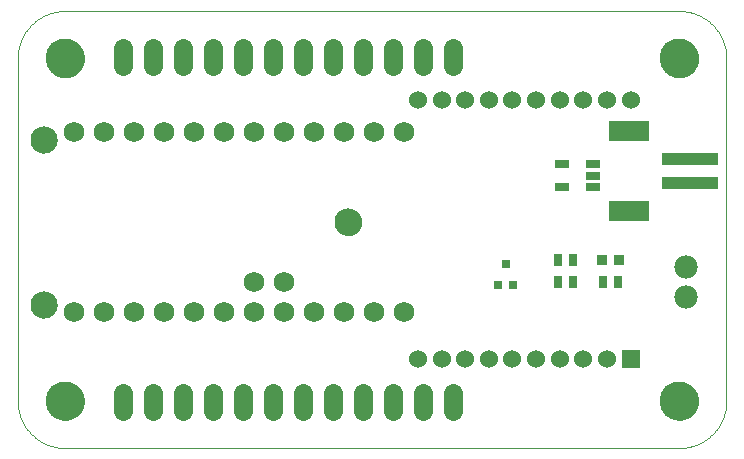
<source format=gts>
G75*
%MOIN*%
%OFA0B0*%
%FSLAX25Y25*%
%IPPOS*%
%LPD*%
%AMOC8*
5,1,8,0,0,1.08239X$1,22.5*
%
%ADD10R,0.18510X0.04337*%
%ADD11R,0.13786X0.06699*%
%ADD12C,0.00000*%
%ADD13C,0.12998*%
%ADD14R,0.03156X0.03156*%
%ADD15R,0.05124X0.02565*%
%ADD16R,0.03550X0.03550*%
%ADD17R,0.03156X0.03943*%
%ADD18C,0.09061*%
%ADD19C,0.06896*%
%ADD20C,0.06400*%
%ADD21C,0.06000*%
%ADD22R,0.06000X0.06000*%
%ADD23C,0.07800*%
D10*
X0268043Y0122554D03*
X0268043Y0130428D03*
D11*
X0247571Y0139877D03*
X0247571Y0113105D03*
D12*
X0264339Y0034156D02*
X0059614Y0034156D01*
X0053315Y0049904D02*
X0053317Y0050062D01*
X0053323Y0050220D01*
X0053333Y0050378D01*
X0053347Y0050536D01*
X0053365Y0050693D01*
X0053386Y0050850D01*
X0053412Y0051006D01*
X0053442Y0051162D01*
X0053475Y0051317D01*
X0053513Y0051470D01*
X0053554Y0051623D01*
X0053599Y0051775D01*
X0053648Y0051926D01*
X0053701Y0052075D01*
X0053757Y0052223D01*
X0053817Y0052369D01*
X0053881Y0052514D01*
X0053949Y0052657D01*
X0054020Y0052799D01*
X0054094Y0052939D01*
X0054172Y0053076D01*
X0054254Y0053212D01*
X0054338Y0053346D01*
X0054427Y0053477D01*
X0054518Y0053606D01*
X0054613Y0053733D01*
X0054710Y0053858D01*
X0054811Y0053980D01*
X0054915Y0054099D01*
X0055022Y0054216D01*
X0055132Y0054330D01*
X0055245Y0054441D01*
X0055360Y0054550D01*
X0055478Y0054655D01*
X0055599Y0054757D01*
X0055722Y0054857D01*
X0055848Y0054953D01*
X0055976Y0055046D01*
X0056106Y0055136D01*
X0056239Y0055222D01*
X0056374Y0055306D01*
X0056510Y0055385D01*
X0056649Y0055462D01*
X0056790Y0055534D01*
X0056932Y0055604D01*
X0057076Y0055669D01*
X0057222Y0055731D01*
X0057369Y0055789D01*
X0057518Y0055844D01*
X0057668Y0055895D01*
X0057819Y0055942D01*
X0057971Y0055985D01*
X0058124Y0056024D01*
X0058279Y0056060D01*
X0058434Y0056091D01*
X0058590Y0056119D01*
X0058746Y0056143D01*
X0058903Y0056163D01*
X0059061Y0056179D01*
X0059218Y0056191D01*
X0059377Y0056199D01*
X0059535Y0056203D01*
X0059693Y0056203D01*
X0059851Y0056199D01*
X0060010Y0056191D01*
X0060167Y0056179D01*
X0060325Y0056163D01*
X0060482Y0056143D01*
X0060638Y0056119D01*
X0060794Y0056091D01*
X0060949Y0056060D01*
X0061104Y0056024D01*
X0061257Y0055985D01*
X0061409Y0055942D01*
X0061560Y0055895D01*
X0061710Y0055844D01*
X0061859Y0055789D01*
X0062006Y0055731D01*
X0062152Y0055669D01*
X0062296Y0055604D01*
X0062438Y0055534D01*
X0062579Y0055462D01*
X0062718Y0055385D01*
X0062854Y0055306D01*
X0062989Y0055222D01*
X0063122Y0055136D01*
X0063252Y0055046D01*
X0063380Y0054953D01*
X0063506Y0054857D01*
X0063629Y0054757D01*
X0063750Y0054655D01*
X0063868Y0054550D01*
X0063983Y0054441D01*
X0064096Y0054330D01*
X0064206Y0054216D01*
X0064313Y0054099D01*
X0064417Y0053980D01*
X0064518Y0053858D01*
X0064615Y0053733D01*
X0064710Y0053606D01*
X0064801Y0053477D01*
X0064890Y0053346D01*
X0064974Y0053212D01*
X0065056Y0053076D01*
X0065134Y0052939D01*
X0065208Y0052799D01*
X0065279Y0052657D01*
X0065347Y0052514D01*
X0065411Y0052369D01*
X0065471Y0052223D01*
X0065527Y0052075D01*
X0065580Y0051926D01*
X0065629Y0051775D01*
X0065674Y0051623D01*
X0065715Y0051470D01*
X0065753Y0051317D01*
X0065786Y0051162D01*
X0065816Y0051006D01*
X0065842Y0050850D01*
X0065863Y0050693D01*
X0065881Y0050536D01*
X0065895Y0050378D01*
X0065905Y0050220D01*
X0065911Y0050062D01*
X0065913Y0049904D01*
X0065911Y0049746D01*
X0065905Y0049588D01*
X0065895Y0049430D01*
X0065881Y0049272D01*
X0065863Y0049115D01*
X0065842Y0048958D01*
X0065816Y0048802D01*
X0065786Y0048646D01*
X0065753Y0048491D01*
X0065715Y0048338D01*
X0065674Y0048185D01*
X0065629Y0048033D01*
X0065580Y0047882D01*
X0065527Y0047733D01*
X0065471Y0047585D01*
X0065411Y0047439D01*
X0065347Y0047294D01*
X0065279Y0047151D01*
X0065208Y0047009D01*
X0065134Y0046869D01*
X0065056Y0046732D01*
X0064974Y0046596D01*
X0064890Y0046462D01*
X0064801Y0046331D01*
X0064710Y0046202D01*
X0064615Y0046075D01*
X0064518Y0045950D01*
X0064417Y0045828D01*
X0064313Y0045709D01*
X0064206Y0045592D01*
X0064096Y0045478D01*
X0063983Y0045367D01*
X0063868Y0045258D01*
X0063750Y0045153D01*
X0063629Y0045051D01*
X0063506Y0044951D01*
X0063380Y0044855D01*
X0063252Y0044762D01*
X0063122Y0044672D01*
X0062989Y0044586D01*
X0062854Y0044502D01*
X0062718Y0044423D01*
X0062579Y0044346D01*
X0062438Y0044274D01*
X0062296Y0044204D01*
X0062152Y0044139D01*
X0062006Y0044077D01*
X0061859Y0044019D01*
X0061710Y0043964D01*
X0061560Y0043913D01*
X0061409Y0043866D01*
X0061257Y0043823D01*
X0061104Y0043784D01*
X0060949Y0043748D01*
X0060794Y0043717D01*
X0060638Y0043689D01*
X0060482Y0043665D01*
X0060325Y0043645D01*
X0060167Y0043629D01*
X0060010Y0043617D01*
X0059851Y0043609D01*
X0059693Y0043605D01*
X0059535Y0043605D01*
X0059377Y0043609D01*
X0059218Y0043617D01*
X0059061Y0043629D01*
X0058903Y0043645D01*
X0058746Y0043665D01*
X0058590Y0043689D01*
X0058434Y0043717D01*
X0058279Y0043748D01*
X0058124Y0043784D01*
X0057971Y0043823D01*
X0057819Y0043866D01*
X0057668Y0043913D01*
X0057518Y0043964D01*
X0057369Y0044019D01*
X0057222Y0044077D01*
X0057076Y0044139D01*
X0056932Y0044204D01*
X0056790Y0044274D01*
X0056649Y0044346D01*
X0056510Y0044423D01*
X0056374Y0044502D01*
X0056239Y0044586D01*
X0056106Y0044672D01*
X0055976Y0044762D01*
X0055848Y0044855D01*
X0055722Y0044951D01*
X0055599Y0045051D01*
X0055478Y0045153D01*
X0055360Y0045258D01*
X0055245Y0045367D01*
X0055132Y0045478D01*
X0055022Y0045592D01*
X0054915Y0045709D01*
X0054811Y0045828D01*
X0054710Y0045950D01*
X0054613Y0046075D01*
X0054518Y0046202D01*
X0054427Y0046331D01*
X0054338Y0046462D01*
X0054254Y0046596D01*
X0054172Y0046732D01*
X0054094Y0046869D01*
X0054020Y0047009D01*
X0053949Y0047151D01*
X0053881Y0047294D01*
X0053817Y0047439D01*
X0053757Y0047585D01*
X0053701Y0047733D01*
X0053648Y0047882D01*
X0053599Y0048033D01*
X0053554Y0048185D01*
X0053513Y0048338D01*
X0053475Y0048491D01*
X0053442Y0048646D01*
X0053412Y0048802D01*
X0053386Y0048958D01*
X0053365Y0049115D01*
X0053347Y0049272D01*
X0053333Y0049430D01*
X0053323Y0049588D01*
X0053317Y0049746D01*
X0053315Y0049904D01*
X0043866Y0049904D02*
X0043871Y0049523D01*
X0043884Y0049143D01*
X0043907Y0048763D01*
X0043940Y0048384D01*
X0043981Y0048006D01*
X0044031Y0047629D01*
X0044091Y0047253D01*
X0044159Y0046878D01*
X0044237Y0046506D01*
X0044324Y0046135D01*
X0044419Y0045767D01*
X0044524Y0045401D01*
X0044637Y0045038D01*
X0044759Y0044677D01*
X0044889Y0044320D01*
X0045029Y0043966D01*
X0045176Y0043615D01*
X0045333Y0043268D01*
X0045497Y0042925D01*
X0045670Y0042586D01*
X0045851Y0042251D01*
X0046040Y0041920D01*
X0046237Y0041595D01*
X0046441Y0041274D01*
X0046654Y0040958D01*
X0046874Y0040648D01*
X0047101Y0040342D01*
X0047336Y0040043D01*
X0047578Y0039749D01*
X0047826Y0039461D01*
X0048082Y0039179D01*
X0048345Y0038904D01*
X0048614Y0038635D01*
X0048889Y0038372D01*
X0049171Y0038116D01*
X0049459Y0037868D01*
X0049753Y0037626D01*
X0050052Y0037391D01*
X0050358Y0037164D01*
X0050668Y0036944D01*
X0050984Y0036731D01*
X0051305Y0036527D01*
X0051630Y0036330D01*
X0051961Y0036141D01*
X0052296Y0035960D01*
X0052635Y0035787D01*
X0052978Y0035623D01*
X0053325Y0035466D01*
X0053676Y0035319D01*
X0054030Y0035179D01*
X0054387Y0035049D01*
X0054748Y0034927D01*
X0055111Y0034814D01*
X0055477Y0034709D01*
X0055845Y0034614D01*
X0056216Y0034527D01*
X0056588Y0034449D01*
X0056963Y0034381D01*
X0057339Y0034321D01*
X0057716Y0034271D01*
X0058094Y0034230D01*
X0058473Y0034197D01*
X0058853Y0034174D01*
X0059233Y0034161D01*
X0059614Y0034156D01*
X0059233Y0034161D01*
X0058853Y0034174D01*
X0058473Y0034197D01*
X0058094Y0034230D01*
X0057716Y0034271D01*
X0057339Y0034321D01*
X0056963Y0034381D01*
X0056588Y0034449D01*
X0056216Y0034527D01*
X0055845Y0034614D01*
X0055477Y0034709D01*
X0055111Y0034814D01*
X0054748Y0034927D01*
X0054387Y0035049D01*
X0054030Y0035179D01*
X0053676Y0035319D01*
X0053325Y0035466D01*
X0052978Y0035623D01*
X0052635Y0035787D01*
X0052296Y0035960D01*
X0051961Y0036141D01*
X0051630Y0036330D01*
X0051305Y0036527D01*
X0050984Y0036731D01*
X0050668Y0036944D01*
X0050358Y0037164D01*
X0050052Y0037391D01*
X0049753Y0037626D01*
X0049459Y0037868D01*
X0049171Y0038116D01*
X0048889Y0038372D01*
X0048614Y0038635D01*
X0048345Y0038904D01*
X0048082Y0039179D01*
X0047826Y0039461D01*
X0047578Y0039749D01*
X0047336Y0040043D01*
X0047101Y0040342D01*
X0046874Y0040648D01*
X0046654Y0040958D01*
X0046441Y0041274D01*
X0046237Y0041595D01*
X0046040Y0041920D01*
X0045851Y0042251D01*
X0045670Y0042586D01*
X0045497Y0042925D01*
X0045333Y0043268D01*
X0045176Y0043615D01*
X0045029Y0043966D01*
X0044889Y0044320D01*
X0044759Y0044677D01*
X0044637Y0045038D01*
X0044524Y0045401D01*
X0044419Y0045767D01*
X0044324Y0046135D01*
X0044237Y0046506D01*
X0044159Y0046878D01*
X0044091Y0047253D01*
X0044031Y0047629D01*
X0043981Y0048006D01*
X0043940Y0048384D01*
X0043907Y0048763D01*
X0043884Y0049143D01*
X0043871Y0049523D01*
X0043866Y0049904D01*
X0043866Y0164077D01*
X0053315Y0164077D02*
X0053317Y0164235D01*
X0053323Y0164393D01*
X0053333Y0164551D01*
X0053347Y0164709D01*
X0053365Y0164866D01*
X0053386Y0165023D01*
X0053412Y0165179D01*
X0053442Y0165335D01*
X0053475Y0165490D01*
X0053513Y0165643D01*
X0053554Y0165796D01*
X0053599Y0165948D01*
X0053648Y0166099D01*
X0053701Y0166248D01*
X0053757Y0166396D01*
X0053817Y0166542D01*
X0053881Y0166687D01*
X0053949Y0166830D01*
X0054020Y0166972D01*
X0054094Y0167112D01*
X0054172Y0167249D01*
X0054254Y0167385D01*
X0054338Y0167519D01*
X0054427Y0167650D01*
X0054518Y0167779D01*
X0054613Y0167906D01*
X0054710Y0168031D01*
X0054811Y0168153D01*
X0054915Y0168272D01*
X0055022Y0168389D01*
X0055132Y0168503D01*
X0055245Y0168614D01*
X0055360Y0168723D01*
X0055478Y0168828D01*
X0055599Y0168930D01*
X0055722Y0169030D01*
X0055848Y0169126D01*
X0055976Y0169219D01*
X0056106Y0169309D01*
X0056239Y0169395D01*
X0056374Y0169479D01*
X0056510Y0169558D01*
X0056649Y0169635D01*
X0056790Y0169707D01*
X0056932Y0169777D01*
X0057076Y0169842D01*
X0057222Y0169904D01*
X0057369Y0169962D01*
X0057518Y0170017D01*
X0057668Y0170068D01*
X0057819Y0170115D01*
X0057971Y0170158D01*
X0058124Y0170197D01*
X0058279Y0170233D01*
X0058434Y0170264D01*
X0058590Y0170292D01*
X0058746Y0170316D01*
X0058903Y0170336D01*
X0059061Y0170352D01*
X0059218Y0170364D01*
X0059377Y0170372D01*
X0059535Y0170376D01*
X0059693Y0170376D01*
X0059851Y0170372D01*
X0060010Y0170364D01*
X0060167Y0170352D01*
X0060325Y0170336D01*
X0060482Y0170316D01*
X0060638Y0170292D01*
X0060794Y0170264D01*
X0060949Y0170233D01*
X0061104Y0170197D01*
X0061257Y0170158D01*
X0061409Y0170115D01*
X0061560Y0170068D01*
X0061710Y0170017D01*
X0061859Y0169962D01*
X0062006Y0169904D01*
X0062152Y0169842D01*
X0062296Y0169777D01*
X0062438Y0169707D01*
X0062579Y0169635D01*
X0062718Y0169558D01*
X0062854Y0169479D01*
X0062989Y0169395D01*
X0063122Y0169309D01*
X0063252Y0169219D01*
X0063380Y0169126D01*
X0063506Y0169030D01*
X0063629Y0168930D01*
X0063750Y0168828D01*
X0063868Y0168723D01*
X0063983Y0168614D01*
X0064096Y0168503D01*
X0064206Y0168389D01*
X0064313Y0168272D01*
X0064417Y0168153D01*
X0064518Y0168031D01*
X0064615Y0167906D01*
X0064710Y0167779D01*
X0064801Y0167650D01*
X0064890Y0167519D01*
X0064974Y0167385D01*
X0065056Y0167249D01*
X0065134Y0167112D01*
X0065208Y0166972D01*
X0065279Y0166830D01*
X0065347Y0166687D01*
X0065411Y0166542D01*
X0065471Y0166396D01*
X0065527Y0166248D01*
X0065580Y0166099D01*
X0065629Y0165948D01*
X0065674Y0165796D01*
X0065715Y0165643D01*
X0065753Y0165490D01*
X0065786Y0165335D01*
X0065816Y0165179D01*
X0065842Y0165023D01*
X0065863Y0164866D01*
X0065881Y0164709D01*
X0065895Y0164551D01*
X0065905Y0164393D01*
X0065911Y0164235D01*
X0065913Y0164077D01*
X0065911Y0163919D01*
X0065905Y0163761D01*
X0065895Y0163603D01*
X0065881Y0163445D01*
X0065863Y0163288D01*
X0065842Y0163131D01*
X0065816Y0162975D01*
X0065786Y0162819D01*
X0065753Y0162664D01*
X0065715Y0162511D01*
X0065674Y0162358D01*
X0065629Y0162206D01*
X0065580Y0162055D01*
X0065527Y0161906D01*
X0065471Y0161758D01*
X0065411Y0161612D01*
X0065347Y0161467D01*
X0065279Y0161324D01*
X0065208Y0161182D01*
X0065134Y0161042D01*
X0065056Y0160905D01*
X0064974Y0160769D01*
X0064890Y0160635D01*
X0064801Y0160504D01*
X0064710Y0160375D01*
X0064615Y0160248D01*
X0064518Y0160123D01*
X0064417Y0160001D01*
X0064313Y0159882D01*
X0064206Y0159765D01*
X0064096Y0159651D01*
X0063983Y0159540D01*
X0063868Y0159431D01*
X0063750Y0159326D01*
X0063629Y0159224D01*
X0063506Y0159124D01*
X0063380Y0159028D01*
X0063252Y0158935D01*
X0063122Y0158845D01*
X0062989Y0158759D01*
X0062854Y0158675D01*
X0062718Y0158596D01*
X0062579Y0158519D01*
X0062438Y0158447D01*
X0062296Y0158377D01*
X0062152Y0158312D01*
X0062006Y0158250D01*
X0061859Y0158192D01*
X0061710Y0158137D01*
X0061560Y0158086D01*
X0061409Y0158039D01*
X0061257Y0157996D01*
X0061104Y0157957D01*
X0060949Y0157921D01*
X0060794Y0157890D01*
X0060638Y0157862D01*
X0060482Y0157838D01*
X0060325Y0157818D01*
X0060167Y0157802D01*
X0060010Y0157790D01*
X0059851Y0157782D01*
X0059693Y0157778D01*
X0059535Y0157778D01*
X0059377Y0157782D01*
X0059218Y0157790D01*
X0059061Y0157802D01*
X0058903Y0157818D01*
X0058746Y0157838D01*
X0058590Y0157862D01*
X0058434Y0157890D01*
X0058279Y0157921D01*
X0058124Y0157957D01*
X0057971Y0157996D01*
X0057819Y0158039D01*
X0057668Y0158086D01*
X0057518Y0158137D01*
X0057369Y0158192D01*
X0057222Y0158250D01*
X0057076Y0158312D01*
X0056932Y0158377D01*
X0056790Y0158447D01*
X0056649Y0158519D01*
X0056510Y0158596D01*
X0056374Y0158675D01*
X0056239Y0158759D01*
X0056106Y0158845D01*
X0055976Y0158935D01*
X0055848Y0159028D01*
X0055722Y0159124D01*
X0055599Y0159224D01*
X0055478Y0159326D01*
X0055360Y0159431D01*
X0055245Y0159540D01*
X0055132Y0159651D01*
X0055022Y0159765D01*
X0054915Y0159882D01*
X0054811Y0160001D01*
X0054710Y0160123D01*
X0054613Y0160248D01*
X0054518Y0160375D01*
X0054427Y0160504D01*
X0054338Y0160635D01*
X0054254Y0160769D01*
X0054172Y0160905D01*
X0054094Y0161042D01*
X0054020Y0161182D01*
X0053949Y0161324D01*
X0053881Y0161467D01*
X0053817Y0161612D01*
X0053757Y0161758D01*
X0053701Y0161906D01*
X0053648Y0162055D01*
X0053599Y0162206D01*
X0053554Y0162358D01*
X0053513Y0162511D01*
X0053475Y0162664D01*
X0053442Y0162819D01*
X0053412Y0162975D01*
X0053386Y0163131D01*
X0053365Y0163288D01*
X0053347Y0163445D01*
X0053333Y0163603D01*
X0053323Y0163761D01*
X0053317Y0163919D01*
X0053315Y0164077D01*
X0043866Y0164077D02*
X0043871Y0164458D01*
X0043884Y0164838D01*
X0043907Y0165218D01*
X0043940Y0165597D01*
X0043981Y0165975D01*
X0044031Y0166352D01*
X0044091Y0166728D01*
X0044159Y0167103D01*
X0044237Y0167475D01*
X0044324Y0167846D01*
X0044419Y0168214D01*
X0044524Y0168580D01*
X0044637Y0168943D01*
X0044759Y0169304D01*
X0044889Y0169661D01*
X0045029Y0170015D01*
X0045176Y0170366D01*
X0045333Y0170713D01*
X0045497Y0171056D01*
X0045670Y0171395D01*
X0045851Y0171730D01*
X0046040Y0172061D01*
X0046237Y0172386D01*
X0046441Y0172707D01*
X0046654Y0173023D01*
X0046874Y0173333D01*
X0047101Y0173639D01*
X0047336Y0173938D01*
X0047578Y0174232D01*
X0047826Y0174520D01*
X0048082Y0174802D01*
X0048345Y0175077D01*
X0048614Y0175346D01*
X0048889Y0175609D01*
X0049171Y0175865D01*
X0049459Y0176113D01*
X0049753Y0176355D01*
X0050052Y0176590D01*
X0050358Y0176817D01*
X0050668Y0177037D01*
X0050984Y0177250D01*
X0051305Y0177454D01*
X0051630Y0177651D01*
X0051961Y0177840D01*
X0052296Y0178021D01*
X0052635Y0178194D01*
X0052978Y0178358D01*
X0053325Y0178515D01*
X0053676Y0178662D01*
X0054030Y0178802D01*
X0054387Y0178932D01*
X0054748Y0179054D01*
X0055111Y0179167D01*
X0055477Y0179272D01*
X0055845Y0179367D01*
X0056216Y0179454D01*
X0056588Y0179532D01*
X0056963Y0179600D01*
X0057339Y0179660D01*
X0057716Y0179710D01*
X0058094Y0179751D01*
X0058473Y0179784D01*
X0058853Y0179807D01*
X0059233Y0179820D01*
X0059614Y0179825D01*
X0264339Y0179825D01*
X0258040Y0164077D02*
X0258042Y0164235D01*
X0258048Y0164393D01*
X0258058Y0164551D01*
X0258072Y0164709D01*
X0258090Y0164866D01*
X0258111Y0165023D01*
X0258137Y0165179D01*
X0258167Y0165335D01*
X0258200Y0165490D01*
X0258238Y0165643D01*
X0258279Y0165796D01*
X0258324Y0165948D01*
X0258373Y0166099D01*
X0258426Y0166248D01*
X0258482Y0166396D01*
X0258542Y0166542D01*
X0258606Y0166687D01*
X0258674Y0166830D01*
X0258745Y0166972D01*
X0258819Y0167112D01*
X0258897Y0167249D01*
X0258979Y0167385D01*
X0259063Y0167519D01*
X0259152Y0167650D01*
X0259243Y0167779D01*
X0259338Y0167906D01*
X0259435Y0168031D01*
X0259536Y0168153D01*
X0259640Y0168272D01*
X0259747Y0168389D01*
X0259857Y0168503D01*
X0259970Y0168614D01*
X0260085Y0168723D01*
X0260203Y0168828D01*
X0260324Y0168930D01*
X0260447Y0169030D01*
X0260573Y0169126D01*
X0260701Y0169219D01*
X0260831Y0169309D01*
X0260964Y0169395D01*
X0261099Y0169479D01*
X0261235Y0169558D01*
X0261374Y0169635D01*
X0261515Y0169707D01*
X0261657Y0169777D01*
X0261801Y0169842D01*
X0261947Y0169904D01*
X0262094Y0169962D01*
X0262243Y0170017D01*
X0262393Y0170068D01*
X0262544Y0170115D01*
X0262696Y0170158D01*
X0262849Y0170197D01*
X0263004Y0170233D01*
X0263159Y0170264D01*
X0263315Y0170292D01*
X0263471Y0170316D01*
X0263628Y0170336D01*
X0263786Y0170352D01*
X0263943Y0170364D01*
X0264102Y0170372D01*
X0264260Y0170376D01*
X0264418Y0170376D01*
X0264576Y0170372D01*
X0264735Y0170364D01*
X0264892Y0170352D01*
X0265050Y0170336D01*
X0265207Y0170316D01*
X0265363Y0170292D01*
X0265519Y0170264D01*
X0265674Y0170233D01*
X0265829Y0170197D01*
X0265982Y0170158D01*
X0266134Y0170115D01*
X0266285Y0170068D01*
X0266435Y0170017D01*
X0266584Y0169962D01*
X0266731Y0169904D01*
X0266877Y0169842D01*
X0267021Y0169777D01*
X0267163Y0169707D01*
X0267304Y0169635D01*
X0267443Y0169558D01*
X0267579Y0169479D01*
X0267714Y0169395D01*
X0267847Y0169309D01*
X0267977Y0169219D01*
X0268105Y0169126D01*
X0268231Y0169030D01*
X0268354Y0168930D01*
X0268475Y0168828D01*
X0268593Y0168723D01*
X0268708Y0168614D01*
X0268821Y0168503D01*
X0268931Y0168389D01*
X0269038Y0168272D01*
X0269142Y0168153D01*
X0269243Y0168031D01*
X0269340Y0167906D01*
X0269435Y0167779D01*
X0269526Y0167650D01*
X0269615Y0167519D01*
X0269699Y0167385D01*
X0269781Y0167249D01*
X0269859Y0167112D01*
X0269933Y0166972D01*
X0270004Y0166830D01*
X0270072Y0166687D01*
X0270136Y0166542D01*
X0270196Y0166396D01*
X0270252Y0166248D01*
X0270305Y0166099D01*
X0270354Y0165948D01*
X0270399Y0165796D01*
X0270440Y0165643D01*
X0270478Y0165490D01*
X0270511Y0165335D01*
X0270541Y0165179D01*
X0270567Y0165023D01*
X0270588Y0164866D01*
X0270606Y0164709D01*
X0270620Y0164551D01*
X0270630Y0164393D01*
X0270636Y0164235D01*
X0270638Y0164077D01*
X0270636Y0163919D01*
X0270630Y0163761D01*
X0270620Y0163603D01*
X0270606Y0163445D01*
X0270588Y0163288D01*
X0270567Y0163131D01*
X0270541Y0162975D01*
X0270511Y0162819D01*
X0270478Y0162664D01*
X0270440Y0162511D01*
X0270399Y0162358D01*
X0270354Y0162206D01*
X0270305Y0162055D01*
X0270252Y0161906D01*
X0270196Y0161758D01*
X0270136Y0161612D01*
X0270072Y0161467D01*
X0270004Y0161324D01*
X0269933Y0161182D01*
X0269859Y0161042D01*
X0269781Y0160905D01*
X0269699Y0160769D01*
X0269615Y0160635D01*
X0269526Y0160504D01*
X0269435Y0160375D01*
X0269340Y0160248D01*
X0269243Y0160123D01*
X0269142Y0160001D01*
X0269038Y0159882D01*
X0268931Y0159765D01*
X0268821Y0159651D01*
X0268708Y0159540D01*
X0268593Y0159431D01*
X0268475Y0159326D01*
X0268354Y0159224D01*
X0268231Y0159124D01*
X0268105Y0159028D01*
X0267977Y0158935D01*
X0267847Y0158845D01*
X0267714Y0158759D01*
X0267579Y0158675D01*
X0267443Y0158596D01*
X0267304Y0158519D01*
X0267163Y0158447D01*
X0267021Y0158377D01*
X0266877Y0158312D01*
X0266731Y0158250D01*
X0266584Y0158192D01*
X0266435Y0158137D01*
X0266285Y0158086D01*
X0266134Y0158039D01*
X0265982Y0157996D01*
X0265829Y0157957D01*
X0265674Y0157921D01*
X0265519Y0157890D01*
X0265363Y0157862D01*
X0265207Y0157838D01*
X0265050Y0157818D01*
X0264892Y0157802D01*
X0264735Y0157790D01*
X0264576Y0157782D01*
X0264418Y0157778D01*
X0264260Y0157778D01*
X0264102Y0157782D01*
X0263943Y0157790D01*
X0263786Y0157802D01*
X0263628Y0157818D01*
X0263471Y0157838D01*
X0263315Y0157862D01*
X0263159Y0157890D01*
X0263004Y0157921D01*
X0262849Y0157957D01*
X0262696Y0157996D01*
X0262544Y0158039D01*
X0262393Y0158086D01*
X0262243Y0158137D01*
X0262094Y0158192D01*
X0261947Y0158250D01*
X0261801Y0158312D01*
X0261657Y0158377D01*
X0261515Y0158447D01*
X0261374Y0158519D01*
X0261235Y0158596D01*
X0261099Y0158675D01*
X0260964Y0158759D01*
X0260831Y0158845D01*
X0260701Y0158935D01*
X0260573Y0159028D01*
X0260447Y0159124D01*
X0260324Y0159224D01*
X0260203Y0159326D01*
X0260085Y0159431D01*
X0259970Y0159540D01*
X0259857Y0159651D01*
X0259747Y0159765D01*
X0259640Y0159882D01*
X0259536Y0160001D01*
X0259435Y0160123D01*
X0259338Y0160248D01*
X0259243Y0160375D01*
X0259152Y0160504D01*
X0259063Y0160635D01*
X0258979Y0160769D01*
X0258897Y0160905D01*
X0258819Y0161042D01*
X0258745Y0161182D01*
X0258674Y0161324D01*
X0258606Y0161467D01*
X0258542Y0161612D01*
X0258482Y0161758D01*
X0258426Y0161906D01*
X0258373Y0162055D01*
X0258324Y0162206D01*
X0258279Y0162358D01*
X0258238Y0162511D01*
X0258200Y0162664D01*
X0258167Y0162819D01*
X0258137Y0162975D01*
X0258111Y0163131D01*
X0258090Y0163288D01*
X0258072Y0163445D01*
X0258058Y0163603D01*
X0258048Y0163761D01*
X0258042Y0163919D01*
X0258040Y0164077D01*
X0264339Y0179825D02*
X0264720Y0179820D01*
X0265100Y0179807D01*
X0265480Y0179784D01*
X0265859Y0179751D01*
X0266237Y0179710D01*
X0266614Y0179660D01*
X0266990Y0179600D01*
X0267365Y0179532D01*
X0267737Y0179454D01*
X0268108Y0179367D01*
X0268476Y0179272D01*
X0268842Y0179167D01*
X0269205Y0179054D01*
X0269566Y0178932D01*
X0269923Y0178802D01*
X0270277Y0178662D01*
X0270628Y0178515D01*
X0270975Y0178358D01*
X0271318Y0178194D01*
X0271657Y0178021D01*
X0271992Y0177840D01*
X0272323Y0177651D01*
X0272648Y0177454D01*
X0272969Y0177250D01*
X0273285Y0177037D01*
X0273595Y0176817D01*
X0273901Y0176590D01*
X0274200Y0176355D01*
X0274494Y0176113D01*
X0274782Y0175865D01*
X0275064Y0175609D01*
X0275339Y0175346D01*
X0275608Y0175077D01*
X0275871Y0174802D01*
X0276127Y0174520D01*
X0276375Y0174232D01*
X0276617Y0173938D01*
X0276852Y0173639D01*
X0277079Y0173333D01*
X0277299Y0173023D01*
X0277512Y0172707D01*
X0277716Y0172386D01*
X0277913Y0172061D01*
X0278102Y0171730D01*
X0278283Y0171395D01*
X0278456Y0171056D01*
X0278620Y0170713D01*
X0278777Y0170366D01*
X0278924Y0170015D01*
X0279064Y0169661D01*
X0279194Y0169304D01*
X0279316Y0168943D01*
X0279429Y0168580D01*
X0279534Y0168214D01*
X0279629Y0167846D01*
X0279716Y0167475D01*
X0279794Y0167103D01*
X0279862Y0166728D01*
X0279922Y0166352D01*
X0279972Y0165975D01*
X0280013Y0165597D01*
X0280046Y0165218D01*
X0280069Y0164838D01*
X0280082Y0164458D01*
X0280087Y0164077D01*
X0280087Y0049904D01*
X0258040Y0049904D02*
X0258042Y0050062D01*
X0258048Y0050220D01*
X0258058Y0050378D01*
X0258072Y0050536D01*
X0258090Y0050693D01*
X0258111Y0050850D01*
X0258137Y0051006D01*
X0258167Y0051162D01*
X0258200Y0051317D01*
X0258238Y0051470D01*
X0258279Y0051623D01*
X0258324Y0051775D01*
X0258373Y0051926D01*
X0258426Y0052075D01*
X0258482Y0052223D01*
X0258542Y0052369D01*
X0258606Y0052514D01*
X0258674Y0052657D01*
X0258745Y0052799D01*
X0258819Y0052939D01*
X0258897Y0053076D01*
X0258979Y0053212D01*
X0259063Y0053346D01*
X0259152Y0053477D01*
X0259243Y0053606D01*
X0259338Y0053733D01*
X0259435Y0053858D01*
X0259536Y0053980D01*
X0259640Y0054099D01*
X0259747Y0054216D01*
X0259857Y0054330D01*
X0259970Y0054441D01*
X0260085Y0054550D01*
X0260203Y0054655D01*
X0260324Y0054757D01*
X0260447Y0054857D01*
X0260573Y0054953D01*
X0260701Y0055046D01*
X0260831Y0055136D01*
X0260964Y0055222D01*
X0261099Y0055306D01*
X0261235Y0055385D01*
X0261374Y0055462D01*
X0261515Y0055534D01*
X0261657Y0055604D01*
X0261801Y0055669D01*
X0261947Y0055731D01*
X0262094Y0055789D01*
X0262243Y0055844D01*
X0262393Y0055895D01*
X0262544Y0055942D01*
X0262696Y0055985D01*
X0262849Y0056024D01*
X0263004Y0056060D01*
X0263159Y0056091D01*
X0263315Y0056119D01*
X0263471Y0056143D01*
X0263628Y0056163D01*
X0263786Y0056179D01*
X0263943Y0056191D01*
X0264102Y0056199D01*
X0264260Y0056203D01*
X0264418Y0056203D01*
X0264576Y0056199D01*
X0264735Y0056191D01*
X0264892Y0056179D01*
X0265050Y0056163D01*
X0265207Y0056143D01*
X0265363Y0056119D01*
X0265519Y0056091D01*
X0265674Y0056060D01*
X0265829Y0056024D01*
X0265982Y0055985D01*
X0266134Y0055942D01*
X0266285Y0055895D01*
X0266435Y0055844D01*
X0266584Y0055789D01*
X0266731Y0055731D01*
X0266877Y0055669D01*
X0267021Y0055604D01*
X0267163Y0055534D01*
X0267304Y0055462D01*
X0267443Y0055385D01*
X0267579Y0055306D01*
X0267714Y0055222D01*
X0267847Y0055136D01*
X0267977Y0055046D01*
X0268105Y0054953D01*
X0268231Y0054857D01*
X0268354Y0054757D01*
X0268475Y0054655D01*
X0268593Y0054550D01*
X0268708Y0054441D01*
X0268821Y0054330D01*
X0268931Y0054216D01*
X0269038Y0054099D01*
X0269142Y0053980D01*
X0269243Y0053858D01*
X0269340Y0053733D01*
X0269435Y0053606D01*
X0269526Y0053477D01*
X0269615Y0053346D01*
X0269699Y0053212D01*
X0269781Y0053076D01*
X0269859Y0052939D01*
X0269933Y0052799D01*
X0270004Y0052657D01*
X0270072Y0052514D01*
X0270136Y0052369D01*
X0270196Y0052223D01*
X0270252Y0052075D01*
X0270305Y0051926D01*
X0270354Y0051775D01*
X0270399Y0051623D01*
X0270440Y0051470D01*
X0270478Y0051317D01*
X0270511Y0051162D01*
X0270541Y0051006D01*
X0270567Y0050850D01*
X0270588Y0050693D01*
X0270606Y0050536D01*
X0270620Y0050378D01*
X0270630Y0050220D01*
X0270636Y0050062D01*
X0270638Y0049904D01*
X0270636Y0049746D01*
X0270630Y0049588D01*
X0270620Y0049430D01*
X0270606Y0049272D01*
X0270588Y0049115D01*
X0270567Y0048958D01*
X0270541Y0048802D01*
X0270511Y0048646D01*
X0270478Y0048491D01*
X0270440Y0048338D01*
X0270399Y0048185D01*
X0270354Y0048033D01*
X0270305Y0047882D01*
X0270252Y0047733D01*
X0270196Y0047585D01*
X0270136Y0047439D01*
X0270072Y0047294D01*
X0270004Y0047151D01*
X0269933Y0047009D01*
X0269859Y0046869D01*
X0269781Y0046732D01*
X0269699Y0046596D01*
X0269615Y0046462D01*
X0269526Y0046331D01*
X0269435Y0046202D01*
X0269340Y0046075D01*
X0269243Y0045950D01*
X0269142Y0045828D01*
X0269038Y0045709D01*
X0268931Y0045592D01*
X0268821Y0045478D01*
X0268708Y0045367D01*
X0268593Y0045258D01*
X0268475Y0045153D01*
X0268354Y0045051D01*
X0268231Y0044951D01*
X0268105Y0044855D01*
X0267977Y0044762D01*
X0267847Y0044672D01*
X0267714Y0044586D01*
X0267579Y0044502D01*
X0267443Y0044423D01*
X0267304Y0044346D01*
X0267163Y0044274D01*
X0267021Y0044204D01*
X0266877Y0044139D01*
X0266731Y0044077D01*
X0266584Y0044019D01*
X0266435Y0043964D01*
X0266285Y0043913D01*
X0266134Y0043866D01*
X0265982Y0043823D01*
X0265829Y0043784D01*
X0265674Y0043748D01*
X0265519Y0043717D01*
X0265363Y0043689D01*
X0265207Y0043665D01*
X0265050Y0043645D01*
X0264892Y0043629D01*
X0264735Y0043617D01*
X0264576Y0043609D01*
X0264418Y0043605D01*
X0264260Y0043605D01*
X0264102Y0043609D01*
X0263943Y0043617D01*
X0263786Y0043629D01*
X0263628Y0043645D01*
X0263471Y0043665D01*
X0263315Y0043689D01*
X0263159Y0043717D01*
X0263004Y0043748D01*
X0262849Y0043784D01*
X0262696Y0043823D01*
X0262544Y0043866D01*
X0262393Y0043913D01*
X0262243Y0043964D01*
X0262094Y0044019D01*
X0261947Y0044077D01*
X0261801Y0044139D01*
X0261657Y0044204D01*
X0261515Y0044274D01*
X0261374Y0044346D01*
X0261235Y0044423D01*
X0261099Y0044502D01*
X0260964Y0044586D01*
X0260831Y0044672D01*
X0260701Y0044762D01*
X0260573Y0044855D01*
X0260447Y0044951D01*
X0260324Y0045051D01*
X0260203Y0045153D01*
X0260085Y0045258D01*
X0259970Y0045367D01*
X0259857Y0045478D01*
X0259747Y0045592D01*
X0259640Y0045709D01*
X0259536Y0045828D01*
X0259435Y0045950D01*
X0259338Y0046075D01*
X0259243Y0046202D01*
X0259152Y0046331D01*
X0259063Y0046462D01*
X0258979Y0046596D01*
X0258897Y0046732D01*
X0258819Y0046869D01*
X0258745Y0047009D01*
X0258674Y0047151D01*
X0258606Y0047294D01*
X0258542Y0047439D01*
X0258482Y0047585D01*
X0258426Y0047733D01*
X0258373Y0047882D01*
X0258324Y0048033D01*
X0258279Y0048185D01*
X0258238Y0048338D01*
X0258200Y0048491D01*
X0258167Y0048646D01*
X0258137Y0048802D01*
X0258111Y0048958D01*
X0258090Y0049115D01*
X0258072Y0049272D01*
X0258058Y0049430D01*
X0258048Y0049588D01*
X0258042Y0049746D01*
X0258040Y0049904D01*
X0264339Y0034156D02*
X0264720Y0034161D01*
X0265100Y0034174D01*
X0265480Y0034197D01*
X0265859Y0034230D01*
X0266237Y0034271D01*
X0266614Y0034321D01*
X0266990Y0034381D01*
X0267365Y0034449D01*
X0267737Y0034527D01*
X0268108Y0034614D01*
X0268476Y0034709D01*
X0268842Y0034814D01*
X0269205Y0034927D01*
X0269566Y0035049D01*
X0269923Y0035179D01*
X0270277Y0035319D01*
X0270628Y0035466D01*
X0270975Y0035623D01*
X0271318Y0035787D01*
X0271657Y0035960D01*
X0271992Y0036141D01*
X0272323Y0036330D01*
X0272648Y0036527D01*
X0272969Y0036731D01*
X0273285Y0036944D01*
X0273595Y0037164D01*
X0273901Y0037391D01*
X0274200Y0037626D01*
X0274494Y0037868D01*
X0274782Y0038116D01*
X0275064Y0038372D01*
X0275339Y0038635D01*
X0275608Y0038904D01*
X0275871Y0039179D01*
X0276127Y0039461D01*
X0276375Y0039749D01*
X0276617Y0040043D01*
X0276852Y0040342D01*
X0277079Y0040648D01*
X0277299Y0040958D01*
X0277512Y0041274D01*
X0277716Y0041595D01*
X0277913Y0041920D01*
X0278102Y0042251D01*
X0278283Y0042586D01*
X0278456Y0042925D01*
X0278620Y0043268D01*
X0278777Y0043615D01*
X0278924Y0043966D01*
X0279064Y0044320D01*
X0279194Y0044677D01*
X0279316Y0045038D01*
X0279429Y0045401D01*
X0279534Y0045767D01*
X0279629Y0046135D01*
X0279716Y0046506D01*
X0279794Y0046878D01*
X0279862Y0047253D01*
X0279922Y0047629D01*
X0279972Y0048006D01*
X0280013Y0048384D01*
X0280046Y0048763D01*
X0280069Y0049143D01*
X0280082Y0049523D01*
X0280087Y0049904D01*
X0280082Y0049523D01*
X0280069Y0049143D01*
X0280046Y0048763D01*
X0280013Y0048384D01*
X0279972Y0048006D01*
X0279922Y0047629D01*
X0279862Y0047253D01*
X0279794Y0046878D01*
X0279716Y0046506D01*
X0279629Y0046135D01*
X0279534Y0045767D01*
X0279429Y0045401D01*
X0279316Y0045038D01*
X0279194Y0044677D01*
X0279064Y0044320D01*
X0278924Y0043966D01*
X0278777Y0043615D01*
X0278620Y0043268D01*
X0278456Y0042925D01*
X0278283Y0042586D01*
X0278102Y0042251D01*
X0277913Y0041920D01*
X0277716Y0041595D01*
X0277512Y0041274D01*
X0277299Y0040958D01*
X0277079Y0040648D01*
X0276852Y0040342D01*
X0276617Y0040043D01*
X0276375Y0039749D01*
X0276127Y0039461D01*
X0275871Y0039179D01*
X0275608Y0038904D01*
X0275339Y0038635D01*
X0275064Y0038372D01*
X0274782Y0038116D01*
X0274494Y0037868D01*
X0274200Y0037626D01*
X0273901Y0037391D01*
X0273595Y0037164D01*
X0273285Y0036944D01*
X0272969Y0036731D01*
X0272648Y0036527D01*
X0272323Y0036330D01*
X0271992Y0036141D01*
X0271657Y0035960D01*
X0271318Y0035787D01*
X0270975Y0035623D01*
X0270628Y0035466D01*
X0270277Y0035319D01*
X0269923Y0035179D01*
X0269566Y0035049D01*
X0269205Y0034927D01*
X0268842Y0034814D01*
X0268476Y0034709D01*
X0268108Y0034614D01*
X0267737Y0034527D01*
X0267365Y0034449D01*
X0266990Y0034381D01*
X0266614Y0034321D01*
X0266237Y0034271D01*
X0265859Y0034230D01*
X0265480Y0034197D01*
X0265100Y0034174D01*
X0264720Y0034161D01*
X0264339Y0034156D01*
X0149645Y0109491D02*
X0149647Y0109622D01*
X0149653Y0109754D01*
X0149663Y0109885D01*
X0149677Y0110016D01*
X0149695Y0110146D01*
X0149717Y0110275D01*
X0149742Y0110404D01*
X0149772Y0110532D01*
X0149806Y0110659D01*
X0149843Y0110786D01*
X0149884Y0110910D01*
X0149929Y0111034D01*
X0149978Y0111156D01*
X0150030Y0111277D01*
X0150086Y0111395D01*
X0150146Y0111513D01*
X0150209Y0111628D01*
X0150276Y0111741D01*
X0150346Y0111853D01*
X0150419Y0111962D01*
X0150495Y0112068D01*
X0150575Y0112173D01*
X0150658Y0112275D01*
X0150744Y0112374D01*
X0150833Y0112471D01*
X0150925Y0112565D01*
X0151020Y0112656D01*
X0151117Y0112745D01*
X0151217Y0112830D01*
X0151320Y0112912D01*
X0151425Y0112991D01*
X0151532Y0113067D01*
X0151642Y0113139D01*
X0151754Y0113208D01*
X0151868Y0113274D01*
X0151983Y0113336D01*
X0152101Y0113395D01*
X0152220Y0113450D01*
X0152341Y0113502D01*
X0152464Y0113549D01*
X0152588Y0113593D01*
X0152713Y0113634D01*
X0152839Y0113670D01*
X0152967Y0113703D01*
X0153095Y0113731D01*
X0153224Y0113756D01*
X0153354Y0113777D01*
X0153484Y0113794D01*
X0153615Y0113807D01*
X0153746Y0113816D01*
X0153877Y0113821D01*
X0154009Y0113822D01*
X0154140Y0113819D01*
X0154272Y0113812D01*
X0154403Y0113801D01*
X0154533Y0113786D01*
X0154663Y0113767D01*
X0154793Y0113744D01*
X0154921Y0113718D01*
X0155049Y0113687D01*
X0155176Y0113652D01*
X0155302Y0113614D01*
X0155426Y0113572D01*
X0155550Y0113526D01*
X0155671Y0113476D01*
X0155791Y0113423D01*
X0155910Y0113366D01*
X0156027Y0113306D01*
X0156141Y0113242D01*
X0156254Y0113174D01*
X0156365Y0113103D01*
X0156474Y0113029D01*
X0156580Y0112952D01*
X0156684Y0112871D01*
X0156785Y0112788D01*
X0156884Y0112701D01*
X0156980Y0112611D01*
X0157073Y0112518D01*
X0157164Y0112423D01*
X0157251Y0112325D01*
X0157336Y0112224D01*
X0157417Y0112121D01*
X0157495Y0112015D01*
X0157570Y0111907D01*
X0157642Y0111797D01*
X0157710Y0111685D01*
X0157775Y0111571D01*
X0157836Y0111454D01*
X0157894Y0111336D01*
X0157948Y0111216D01*
X0157999Y0111095D01*
X0158046Y0110972D01*
X0158089Y0110848D01*
X0158128Y0110723D01*
X0158164Y0110596D01*
X0158195Y0110468D01*
X0158223Y0110340D01*
X0158247Y0110211D01*
X0158267Y0110081D01*
X0158283Y0109950D01*
X0158295Y0109819D01*
X0158303Y0109688D01*
X0158307Y0109557D01*
X0158307Y0109425D01*
X0158303Y0109294D01*
X0158295Y0109163D01*
X0158283Y0109032D01*
X0158267Y0108901D01*
X0158247Y0108771D01*
X0158223Y0108642D01*
X0158195Y0108514D01*
X0158164Y0108386D01*
X0158128Y0108259D01*
X0158089Y0108134D01*
X0158046Y0108010D01*
X0157999Y0107887D01*
X0157948Y0107766D01*
X0157894Y0107646D01*
X0157836Y0107528D01*
X0157775Y0107411D01*
X0157710Y0107297D01*
X0157642Y0107185D01*
X0157570Y0107075D01*
X0157495Y0106967D01*
X0157417Y0106861D01*
X0157336Y0106758D01*
X0157251Y0106657D01*
X0157164Y0106559D01*
X0157073Y0106464D01*
X0156980Y0106371D01*
X0156884Y0106281D01*
X0156785Y0106194D01*
X0156684Y0106111D01*
X0156580Y0106030D01*
X0156474Y0105953D01*
X0156365Y0105879D01*
X0156254Y0105808D01*
X0156142Y0105740D01*
X0156027Y0105676D01*
X0155910Y0105616D01*
X0155791Y0105559D01*
X0155671Y0105506D01*
X0155550Y0105456D01*
X0155426Y0105410D01*
X0155302Y0105368D01*
X0155176Y0105330D01*
X0155049Y0105295D01*
X0154921Y0105264D01*
X0154793Y0105238D01*
X0154663Y0105215D01*
X0154533Y0105196D01*
X0154403Y0105181D01*
X0154272Y0105170D01*
X0154140Y0105163D01*
X0154009Y0105160D01*
X0153877Y0105161D01*
X0153746Y0105166D01*
X0153615Y0105175D01*
X0153484Y0105188D01*
X0153354Y0105205D01*
X0153224Y0105226D01*
X0153095Y0105251D01*
X0152967Y0105279D01*
X0152839Y0105312D01*
X0152713Y0105348D01*
X0152588Y0105389D01*
X0152464Y0105433D01*
X0152341Y0105480D01*
X0152220Y0105532D01*
X0152101Y0105587D01*
X0151983Y0105646D01*
X0151868Y0105708D01*
X0151754Y0105774D01*
X0151642Y0105843D01*
X0151532Y0105915D01*
X0151425Y0105991D01*
X0151320Y0106070D01*
X0151217Y0106152D01*
X0151117Y0106237D01*
X0151020Y0106326D01*
X0150925Y0106417D01*
X0150833Y0106511D01*
X0150744Y0106608D01*
X0150658Y0106707D01*
X0150575Y0106809D01*
X0150495Y0106914D01*
X0150419Y0107020D01*
X0150346Y0107129D01*
X0150276Y0107241D01*
X0150209Y0107354D01*
X0150146Y0107469D01*
X0150086Y0107587D01*
X0150030Y0107705D01*
X0149978Y0107826D01*
X0149929Y0107948D01*
X0149884Y0108072D01*
X0149843Y0108196D01*
X0149806Y0108323D01*
X0149772Y0108450D01*
X0149742Y0108578D01*
X0149717Y0108707D01*
X0149695Y0108836D01*
X0149677Y0108966D01*
X0149663Y0109097D01*
X0149653Y0109228D01*
X0149647Y0109360D01*
X0149645Y0109491D01*
X0059614Y0179825D02*
X0059233Y0179820D01*
X0058853Y0179807D01*
X0058473Y0179784D01*
X0058094Y0179751D01*
X0057716Y0179710D01*
X0057339Y0179660D01*
X0056963Y0179600D01*
X0056588Y0179532D01*
X0056216Y0179454D01*
X0055845Y0179367D01*
X0055477Y0179272D01*
X0055111Y0179167D01*
X0054748Y0179054D01*
X0054387Y0178932D01*
X0054030Y0178802D01*
X0053676Y0178662D01*
X0053325Y0178515D01*
X0052978Y0178358D01*
X0052635Y0178194D01*
X0052296Y0178021D01*
X0051961Y0177840D01*
X0051630Y0177651D01*
X0051305Y0177454D01*
X0050984Y0177250D01*
X0050668Y0177037D01*
X0050358Y0176817D01*
X0050052Y0176590D01*
X0049753Y0176355D01*
X0049459Y0176113D01*
X0049171Y0175865D01*
X0048889Y0175609D01*
X0048614Y0175346D01*
X0048345Y0175077D01*
X0048082Y0174802D01*
X0047826Y0174520D01*
X0047578Y0174232D01*
X0047336Y0173938D01*
X0047101Y0173639D01*
X0046874Y0173333D01*
X0046654Y0173023D01*
X0046441Y0172707D01*
X0046237Y0172386D01*
X0046040Y0172061D01*
X0045851Y0171730D01*
X0045670Y0171395D01*
X0045497Y0171056D01*
X0045333Y0170713D01*
X0045176Y0170366D01*
X0045029Y0170015D01*
X0044889Y0169661D01*
X0044759Y0169304D01*
X0044637Y0168943D01*
X0044524Y0168580D01*
X0044419Y0168214D01*
X0044324Y0167846D01*
X0044237Y0167475D01*
X0044159Y0167103D01*
X0044091Y0166728D01*
X0044031Y0166352D01*
X0043981Y0165975D01*
X0043940Y0165597D01*
X0043907Y0165218D01*
X0043884Y0164838D01*
X0043871Y0164458D01*
X0043866Y0164077D01*
X0048145Y0136991D02*
X0048147Y0137122D01*
X0048153Y0137254D01*
X0048163Y0137385D01*
X0048177Y0137516D01*
X0048195Y0137646D01*
X0048217Y0137775D01*
X0048242Y0137904D01*
X0048272Y0138032D01*
X0048306Y0138159D01*
X0048343Y0138286D01*
X0048384Y0138410D01*
X0048429Y0138534D01*
X0048478Y0138656D01*
X0048530Y0138777D01*
X0048586Y0138895D01*
X0048646Y0139013D01*
X0048709Y0139128D01*
X0048776Y0139241D01*
X0048846Y0139353D01*
X0048919Y0139462D01*
X0048995Y0139568D01*
X0049075Y0139673D01*
X0049158Y0139775D01*
X0049244Y0139874D01*
X0049333Y0139971D01*
X0049425Y0140065D01*
X0049520Y0140156D01*
X0049617Y0140245D01*
X0049717Y0140330D01*
X0049820Y0140412D01*
X0049925Y0140491D01*
X0050032Y0140567D01*
X0050142Y0140639D01*
X0050254Y0140708D01*
X0050368Y0140774D01*
X0050483Y0140836D01*
X0050601Y0140895D01*
X0050720Y0140950D01*
X0050841Y0141002D01*
X0050964Y0141049D01*
X0051088Y0141093D01*
X0051213Y0141134D01*
X0051339Y0141170D01*
X0051467Y0141203D01*
X0051595Y0141231D01*
X0051724Y0141256D01*
X0051854Y0141277D01*
X0051984Y0141294D01*
X0052115Y0141307D01*
X0052246Y0141316D01*
X0052377Y0141321D01*
X0052509Y0141322D01*
X0052640Y0141319D01*
X0052772Y0141312D01*
X0052903Y0141301D01*
X0053033Y0141286D01*
X0053163Y0141267D01*
X0053293Y0141244D01*
X0053421Y0141218D01*
X0053549Y0141187D01*
X0053676Y0141152D01*
X0053802Y0141114D01*
X0053926Y0141072D01*
X0054050Y0141026D01*
X0054171Y0140976D01*
X0054291Y0140923D01*
X0054410Y0140866D01*
X0054527Y0140806D01*
X0054641Y0140742D01*
X0054754Y0140674D01*
X0054865Y0140603D01*
X0054974Y0140529D01*
X0055080Y0140452D01*
X0055184Y0140371D01*
X0055285Y0140288D01*
X0055384Y0140201D01*
X0055480Y0140111D01*
X0055573Y0140018D01*
X0055664Y0139923D01*
X0055751Y0139825D01*
X0055836Y0139724D01*
X0055917Y0139621D01*
X0055995Y0139515D01*
X0056070Y0139407D01*
X0056142Y0139297D01*
X0056210Y0139185D01*
X0056275Y0139071D01*
X0056336Y0138954D01*
X0056394Y0138836D01*
X0056448Y0138716D01*
X0056499Y0138595D01*
X0056546Y0138472D01*
X0056589Y0138348D01*
X0056628Y0138223D01*
X0056664Y0138096D01*
X0056695Y0137968D01*
X0056723Y0137840D01*
X0056747Y0137711D01*
X0056767Y0137581D01*
X0056783Y0137450D01*
X0056795Y0137319D01*
X0056803Y0137188D01*
X0056807Y0137057D01*
X0056807Y0136925D01*
X0056803Y0136794D01*
X0056795Y0136663D01*
X0056783Y0136532D01*
X0056767Y0136401D01*
X0056747Y0136271D01*
X0056723Y0136142D01*
X0056695Y0136014D01*
X0056664Y0135886D01*
X0056628Y0135759D01*
X0056589Y0135634D01*
X0056546Y0135510D01*
X0056499Y0135387D01*
X0056448Y0135266D01*
X0056394Y0135146D01*
X0056336Y0135028D01*
X0056275Y0134911D01*
X0056210Y0134797D01*
X0056142Y0134685D01*
X0056070Y0134575D01*
X0055995Y0134467D01*
X0055917Y0134361D01*
X0055836Y0134258D01*
X0055751Y0134157D01*
X0055664Y0134059D01*
X0055573Y0133964D01*
X0055480Y0133871D01*
X0055384Y0133781D01*
X0055285Y0133694D01*
X0055184Y0133611D01*
X0055080Y0133530D01*
X0054974Y0133453D01*
X0054865Y0133379D01*
X0054754Y0133308D01*
X0054642Y0133240D01*
X0054527Y0133176D01*
X0054410Y0133116D01*
X0054291Y0133059D01*
X0054171Y0133006D01*
X0054050Y0132956D01*
X0053926Y0132910D01*
X0053802Y0132868D01*
X0053676Y0132830D01*
X0053549Y0132795D01*
X0053421Y0132764D01*
X0053293Y0132738D01*
X0053163Y0132715D01*
X0053033Y0132696D01*
X0052903Y0132681D01*
X0052772Y0132670D01*
X0052640Y0132663D01*
X0052509Y0132660D01*
X0052377Y0132661D01*
X0052246Y0132666D01*
X0052115Y0132675D01*
X0051984Y0132688D01*
X0051854Y0132705D01*
X0051724Y0132726D01*
X0051595Y0132751D01*
X0051467Y0132779D01*
X0051339Y0132812D01*
X0051213Y0132848D01*
X0051088Y0132889D01*
X0050964Y0132933D01*
X0050841Y0132980D01*
X0050720Y0133032D01*
X0050601Y0133087D01*
X0050483Y0133146D01*
X0050368Y0133208D01*
X0050254Y0133274D01*
X0050142Y0133343D01*
X0050032Y0133415D01*
X0049925Y0133491D01*
X0049820Y0133570D01*
X0049717Y0133652D01*
X0049617Y0133737D01*
X0049520Y0133826D01*
X0049425Y0133917D01*
X0049333Y0134011D01*
X0049244Y0134108D01*
X0049158Y0134207D01*
X0049075Y0134309D01*
X0048995Y0134414D01*
X0048919Y0134520D01*
X0048846Y0134629D01*
X0048776Y0134741D01*
X0048709Y0134854D01*
X0048646Y0134969D01*
X0048586Y0135087D01*
X0048530Y0135205D01*
X0048478Y0135326D01*
X0048429Y0135448D01*
X0048384Y0135572D01*
X0048343Y0135696D01*
X0048306Y0135823D01*
X0048272Y0135950D01*
X0048242Y0136078D01*
X0048217Y0136207D01*
X0048195Y0136336D01*
X0048177Y0136466D01*
X0048163Y0136597D01*
X0048153Y0136728D01*
X0048147Y0136860D01*
X0048145Y0136991D01*
X0048145Y0081991D02*
X0048147Y0082122D01*
X0048153Y0082254D01*
X0048163Y0082385D01*
X0048177Y0082516D01*
X0048195Y0082646D01*
X0048217Y0082775D01*
X0048242Y0082904D01*
X0048272Y0083032D01*
X0048306Y0083159D01*
X0048343Y0083286D01*
X0048384Y0083410D01*
X0048429Y0083534D01*
X0048478Y0083656D01*
X0048530Y0083777D01*
X0048586Y0083895D01*
X0048646Y0084013D01*
X0048709Y0084128D01*
X0048776Y0084241D01*
X0048846Y0084353D01*
X0048919Y0084462D01*
X0048995Y0084568D01*
X0049075Y0084673D01*
X0049158Y0084775D01*
X0049244Y0084874D01*
X0049333Y0084971D01*
X0049425Y0085065D01*
X0049520Y0085156D01*
X0049617Y0085245D01*
X0049717Y0085330D01*
X0049820Y0085412D01*
X0049925Y0085491D01*
X0050032Y0085567D01*
X0050142Y0085639D01*
X0050254Y0085708D01*
X0050368Y0085774D01*
X0050483Y0085836D01*
X0050601Y0085895D01*
X0050720Y0085950D01*
X0050841Y0086002D01*
X0050964Y0086049D01*
X0051088Y0086093D01*
X0051213Y0086134D01*
X0051339Y0086170D01*
X0051467Y0086203D01*
X0051595Y0086231D01*
X0051724Y0086256D01*
X0051854Y0086277D01*
X0051984Y0086294D01*
X0052115Y0086307D01*
X0052246Y0086316D01*
X0052377Y0086321D01*
X0052509Y0086322D01*
X0052640Y0086319D01*
X0052772Y0086312D01*
X0052903Y0086301D01*
X0053033Y0086286D01*
X0053163Y0086267D01*
X0053293Y0086244D01*
X0053421Y0086218D01*
X0053549Y0086187D01*
X0053676Y0086152D01*
X0053802Y0086114D01*
X0053926Y0086072D01*
X0054050Y0086026D01*
X0054171Y0085976D01*
X0054291Y0085923D01*
X0054410Y0085866D01*
X0054527Y0085806D01*
X0054641Y0085742D01*
X0054754Y0085674D01*
X0054865Y0085603D01*
X0054974Y0085529D01*
X0055080Y0085452D01*
X0055184Y0085371D01*
X0055285Y0085288D01*
X0055384Y0085201D01*
X0055480Y0085111D01*
X0055573Y0085018D01*
X0055664Y0084923D01*
X0055751Y0084825D01*
X0055836Y0084724D01*
X0055917Y0084621D01*
X0055995Y0084515D01*
X0056070Y0084407D01*
X0056142Y0084297D01*
X0056210Y0084185D01*
X0056275Y0084071D01*
X0056336Y0083954D01*
X0056394Y0083836D01*
X0056448Y0083716D01*
X0056499Y0083595D01*
X0056546Y0083472D01*
X0056589Y0083348D01*
X0056628Y0083223D01*
X0056664Y0083096D01*
X0056695Y0082968D01*
X0056723Y0082840D01*
X0056747Y0082711D01*
X0056767Y0082581D01*
X0056783Y0082450D01*
X0056795Y0082319D01*
X0056803Y0082188D01*
X0056807Y0082057D01*
X0056807Y0081925D01*
X0056803Y0081794D01*
X0056795Y0081663D01*
X0056783Y0081532D01*
X0056767Y0081401D01*
X0056747Y0081271D01*
X0056723Y0081142D01*
X0056695Y0081014D01*
X0056664Y0080886D01*
X0056628Y0080759D01*
X0056589Y0080634D01*
X0056546Y0080510D01*
X0056499Y0080387D01*
X0056448Y0080266D01*
X0056394Y0080146D01*
X0056336Y0080028D01*
X0056275Y0079911D01*
X0056210Y0079797D01*
X0056142Y0079685D01*
X0056070Y0079575D01*
X0055995Y0079467D01*
X0055917Y0079361D01*
X0055836Y0079258D01*
X0055751Y0079157D01*
X0055664Y0079059D01*
X0055573Y0078964D01*
X0055480Y0078871D01*
X0055384Y0078781D01*
X0055285Y0078694D01*
X0055184Y0078611D01*
X0055080Y0078530D01*
X0054974Y0078453D01*
X0054865Y0078379D01*
X0054754Y0078308D01*
X0054642Y0078240D01*
X0054527Y0078176D01*
X0054410Y0078116D01*
X0054291Y0078059D01*
X0054171Y0078006D01*
X0054050Y0077956D01*
X0053926Y0077910D01*
X0053802Y0077868D01*
X0053676Y0077830D01*
X0053549Y0077795D01*
X0053421Y0077764D01*
X0053293Y0077738D01*
X0053163Y0077715D01*
X0053033Y0077696D01*
X0052903Y0077681D01*
X0052772Y0077670D01*
X0052640Y0077663D01*
X0052509Y0077660D01*
X0052377Y0077661D01*
X0052246Y0077666D01*
X0052115Y0077675D01*
X0051984Y0077688D01*
X0051854Y0077705D01*
X0051724Y0077726D01*
X0051595Y0077751D01*
X0051467Y0077779D01*
X0051339Y0077812D01*
X0051213Y0077848D01*
X0051088Y0077889D01*
X0050964Y0077933D01*
X0050841Y0077980D01*
X0050720Y0078032D01*
X0050601Y0078087D01*
X0050483Y0078146D01*
X0050368Y0078208D01*
X0050254Y0078274D01*
X0050142Y0078343D01*
X0050032Y0078415D01*
X0049925Y0078491D01*
X0049820Y0078570D01*
X0049717Y0078652D01*
X0049617Y0078737D01*
X0049520Y0078826D01*
X0049425Y0078917D01*
X0049333Y0079011D01*
X0049244Y0079108D01*
X0049158Y0079207D01*
X0049075Y0079309D01*
X0048995Y0079414D01*
X0048919Y0079520D01*
X0048846Y0079629D01*
X0048776Y0079741D01*
X0048709Y0079854D01*
X0048646Y0079969D01*
X0048586Y0080087D01*
X0048530Y0080205D01*
X0048478Y0080326D01*
X0048429Y0080448D01*
X0048384Y0080572D01*
X0048343Y0080696D01*
X0048306Y0080823D01*
X0048272Y0080950D01*
X0048242Y0081078D01*
X0048217Y0081207D01*
X0048195Y0081336D01*
X0048177Y0081466D01*
X0048163Y0081597D01*
X0048153Y0081728D01*
X0048147Y0081860D01*
X0048145Y0081991D01*
X0264339Y0179825D02*
X0264720Y0179820D01*
X0265100Y0179807D01*
X0265480Y0179784D01*
X0265859Y0179751D01*
X0266237Y0179710D01*
X0266614Y0179660D01*
X0266990Y0179600D01*
X0267365Y0179532D01*
X0267737Y0179454D01*
X0268108Y0179367D01*
X0268476Y0179272D01*
X0268842Y0179167D01*
X0269205Y0179054D01*
X0269566Y0178932D01*
X0269923Y0178802D01*
X0270277Y0178662D01*
X0270628Y0178515D01*
X0270975Y0178358D01*
X0271318Y0178194D01*
X0271657Y0178021D01*
X0271992Y0177840D01*
X0272323Y0177651D01*
X0272648Y0177454D01*
X0272969Y0177250D01*
X0273285Y0177037D01*
X0273595Y0176817D01*
X0273901Y0176590D01*
X0274200Y0176355D01*
X0274494Y0176113D01*
X0274782Y0175865D01*
X0275064Y0175609D01*
X0275339Y0175346D01*
X0275608Y0175077D01*
X0275871Y0174802D01*
X0276127Y0174520D01*
X0276375Y0174232D01*
X0276617Y0173938D01*
X0276852Y0173639D01*
X0277079Y0173333D01*
X0277299Y0173023D01*
X0277512Y0172707D01*
X0277716Y0172386D01*
X0277913Y0172061D01*
X0278102Y0171730D01*
X0278283Y0171395D01*
X0278456Y0171056D01*
X0278620Y0170713D01*
X0278777Y0170366D01*
X0278924Y0170015D01*
X0279064Y0169661D01*
X0279194Y0169304D01*
X0279316Y0168943D01*
X0279429Y0168580D01*
X0279534Y0168214D01*
X0279629Y0167846D01*
X0279716Y0167475D01*
X0279794Y0167103D01*
X0279862Y0166728D01*
X0279922Y0166352D01*
X0279972Y0165975D01*
X0280013Y0165597D01*
X0280046Y0165218D01*
X0280069Y0164838D01*
X0280082Y0164458D01*
X0280087Y0164077D01*
D13*
X0264339Y0164077D03*
X0264339Y0049904D03*
X0059614Y0049904D03*
X0059614Y0164077D03*
D14*
X0203917Y0088349D03*
X0209035Y0088349D03*
X0206476Y0095633D03*
D15*
X0225358Y0121251D03*
X0225358Y0128731D03*
X0235594Y0128731D03*
X0235594Y0124991D03*
X0235594Y0121251D03*
D16*
X0238524Y0096991D03*
X0244429Y0096991D03*
D17*
X0244035Y0089491D03*
X0238917Y0089491D03*
X0229035Y0089491D03*
X0223917Y0089491D03*
X0223917Y0096991D03*
X0229035Y0096991D03*
D18*
X0153976Y0109491D03*
X0052476Y0136991D03*
X0052476Y0081991D03*
D19*
X0062476Y0079491D03*
X0072476Y0079491D03*
X0082476Y0079491D03*
X0092476Y0079491D03*
X0102476Y0079491D03*
X0112476Y0079491D03*
X0122476Y0079491D03*
X0132476Y0079491D03*
X0142476Y0079491D03*
X0152476Y0079491D03*
X0162476Y0079491D03*
X0172476Y0079491D03*
X0132476Y0089491D03*
X0122476Y0089491D03*
X0122476Y0139491D03*
X0112476Y0139491D03*
X0102476Y0139491D03*
X0092476Y0139491D03*
X0082476Y0139491D03*
X0072476Y0139491D03*
X0062476Y0139491D03*
X0132476Y0139491D03*
X0142476Y0139491D03*
X0152476Y0139491D03*
X0162476Y0139491D03*
X0172476Y0139491D03*
D20*
X0168976Y0161491D02*
X0168976Y0167491D01*
X0158976Y0167491D02*
X0158976Y0161491D01*
X0148976Y0161491D02*
X0148976Y0167491D01*
X0138976Y0167491D02*
X0138976Y0161491D01*
X0128976Y0161491D02*
X0128976Y0167491D01*
X0118976Y0167491D02*
X0118976Y0161491D01*
X0108976Y0161491D02*
X0108976Y0167491D01*
X0098976Y0167491D02*
X0098976Y0161491D01*
X0088976Y0161491D02*
X0088976Y0167491D01*
X0078976Y0167491D02*
X0078976Y0161491D01*
X0178976Y0161491D02*
X0178976Y0167491D01*
X0188976Y0167491D02*
X0188976Y0161491D01*
X0188976Y0052491D02*
X0188976Y0046491D01*
X0178976Y0046491D02*
X0178976Y0052491D01*
X0168976Y0052491D02*
X0168976Y0046491D01*
X0158976Y0046491D02*
X0158976Y0052491D01*
X0148976Y0052491D02*
X0148976Y0046491D01*
X0138976Y0046491D02*
X0138976Y0052491D01*
X0128976Y0052491D02*
X0128976Y0046491D01*
X0118976Y0046491D02*
X0118976Y0052491D01*
X0108976Y0052491D02*
X0108976Y0046491D01*
X0098976Y0046491D02*
X0098976Y0052491D01*
X0088976Y0052491D02*
X0088976Y0046491D01*
X0078976Y0046491D02*
X0078976Y0052491D01*
D21*
X0177264Y0063684D03*
X0185138Y0063684D03*
X0193012Y0063684D03*
X0200886Y0063684D03*
X0208760Y0063684D03*
X0216634Y0063684D03*
X0224508Y0063684D03*
X0232382Y0063684D03*
X0240256Y0063684D03*
X0240256Y0150298D03*
X0232382Y0150298D03*
X0224508Y0150298D03*
X0216634Y0150298D03*
X0208760Y0150298D03*
X0200886Y0150298D03*
X0193012Y0150298D03*
X0185138Y0150298D03*
X0177264Y0150298D03*
X0248130Y0150298D03*
D22*
X0248130Y0063684D03*
D23*
X0266476Y0084491D03*
X0266476Y0094491D03*
M02*

</source>
